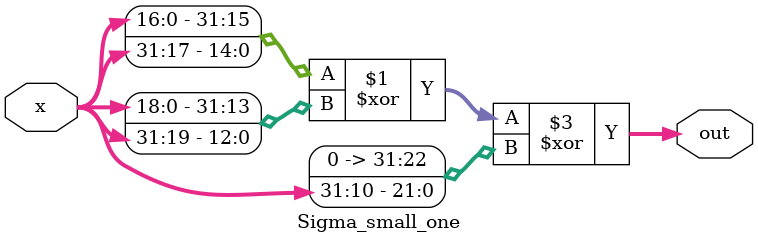
<source format=v>
module Sigma_small_one( input  [31:0]    x ,
	                output [31:0]  out);


// Small sigma_1 calculates Rotr(x,17) xor Rotr(x,19) xor Shr(10)

assign out = { x[16:0] , x[31:17] } ^ {x[18:0] , x[31:19] } ^ ( x >> 10 );



endmodule 
</source>
